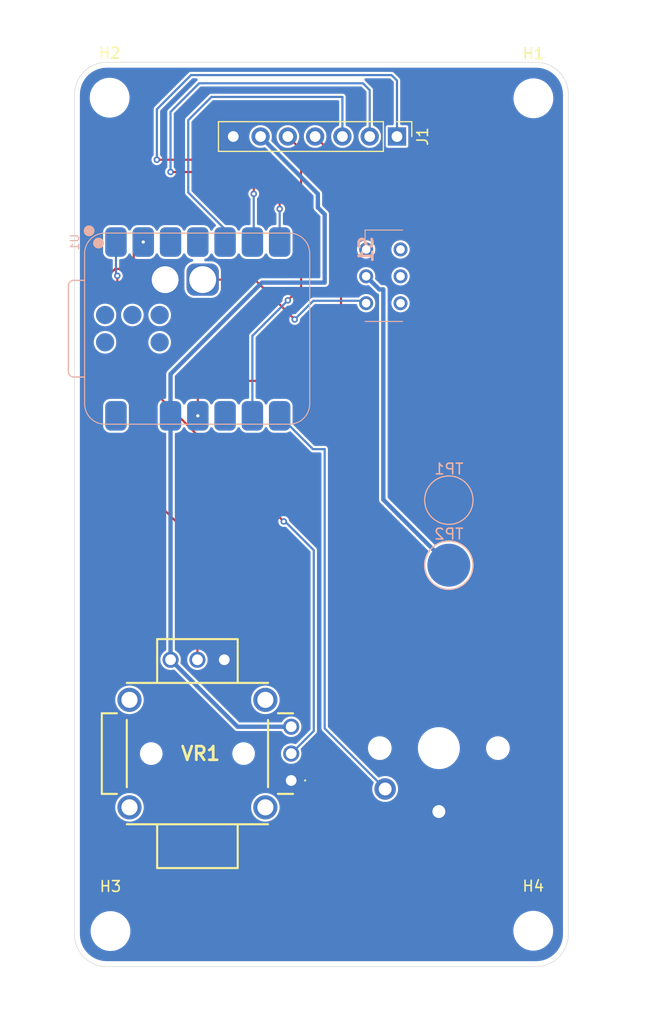
<source format=kicad_pcb>
(kicad_pcb (version 20241229) (generator "pcbnew") (generator_version "9.0")
  (layers (0 "F.Cu" signal) (2 "B.Cu" signal) (13 "F.Paste" user) (15 "B.Paste" user) (5 "F.SilkS" user "F.Silkscreen") (7 "B.SilkS" user "B.Silkscreen") (1 "F.Mask" user) (3 "B.Mask" user) (25 "Edge.Cuts" user))
  (net 0 "")
  (net 1 "Net-(U1-GPIO20_D7_RX)")
  (net 4 "Net-(U1-GPIO3_A1_D1)")
  (net 5 "Net-(U1-GPIO2_A0_D0)")
  (net 12 "GND")
  (net 13 "Net-(S1-NO_1)")
  (net 23 "Net-(J1-Pin_4)")
  (net 24 "Net-(J1-Pin_2)")
  (net 25 "+3V3")
  (net 26 "Net-(J1-Pin_1)")
  (net 27 "Net-(J1-Pin_3)")
  (net 28 "Net-(J1-Pin_5)")
  (net 29 "/+BAT")
  (footprint "Connector_PinHeader_2.54mm:PinHeader_1x07_P2.54mm_Vertical" (layer "F.Cu") (at 132.842 96.52 -90)
    (property "Reference" "J1" (at 0 -2.38 90) (layer "F.SilkS"))
    (property "Value" "Conn_01x07_Socket")
    (fp_line (start -1.38 16.62) (end 1.38 16.62) (stroke (width 0.12)) (layer "F.SilkS"))
    (fp_line (start -1.38 1.27) (end -1.38 16.62) (stroke (width 0.12)) (layer "F.SilkS"))
    (fp_line (start -1.38 1.27) (end 1.38 1.27) (stroke (width 0.12)) (layer "F.SilkS"))
    (fp_line (start 1.38 1.27) (end 1.38 16.62) (stroke (width 0.12)) (layer "F.SilkS"))
    (fp_line (start -1.38 0) (end -1.38 -1.38) (stroke (width 0.12)) (layer "F.SilkS"))
    (fp_line (start -1.38 -1.38) (end 0 -1.38) (stroke (width 0.12)) (layer "F.SilkS"))
    (pad "1" thru_hole rect (at 0 0 270) (size 1.7 1.7) (drill 1) (layers "*.Cu" "*.Mask") (net 26 "Net-(J1-Pin_1)"))
    (pad "2" thru_hole circle (at 0 2.54 270) (size 1.7 1.7) (drill 1) (layers "*.Cu" "*.Mask") (net 24 "Net-(J1-Pin_2)"))
    (pad "3" thru_hole circle (at 0 5.08 270) (size 1.7 1.7) (drill 1) (layers "*.Cu" "*.Mask") (net 27 "Net-(J1-Pin_3)"))
    (pad "4" thru_hole circle (at 0 7.62 270) (size 1.7 1.7) (drill 1) (layers "*.Cu" "*.Mask") (net 23 "Net-(J1-Pin_4)"))
    (pad "5" thru_hole circle (at 0 10.16 270) (size 1.7 1.7) (drill 1) (layers "*.Cu" "*.Mask") (net 28 "Net-(J1-Pin_5)"))
    (pad "6" thru_hole circle (at 0 12.7 270) (size 1.7 1.7) (drill 1) (layers "*.Cu" "*.Mask") (net 25 "+3V3"))
    (pad "7" thru_hole circle (at 0 15.24 270) (size 1.7 1.7) (drill 1) (layers "*.Cu" "*.Mask") (net 12 "GND"))
  )
  (footprint "PCM_marbastlib-choc:SW_choc_v1_1u" (layer "F.Cu") (at 136.74 153.416)
    (property "Reference" "SW1" (hide yes))
    (property "Value" "SW_Push")
    (pad "" np_thru_hole circle (at -5.5 0 180) (size 1.7 1.7) (drill 1.7) (layers "*.Cu" "*.Mask"))
    (pad "" np_thru_hole circle (at 0 0 180) (size 3.4 3.4) (drill 3.4) (layers "*.Cu" "*.Mask"))
    (pad "" np_thru_hole circle (at 5.5 0 180) (size 1.7 1.7) (drill 1.7) (layers "*.Cu" "*.Mask"))
    (pad "1" thru_hole circle (at -5 3.8 180) (size 2 2) (drill 1.2) (layers "*.Cu" "B.Mask") (net 1 "Net-(U1-GPIO20_D7_RX)"))
    (pad "2" thru_hole circle (at 0 5.9 180) (size 2 2) (drill 1.2) (layers "*.Cu" "B.Mask") (net 12 "GND"))
  )
  (footprint "MountingHole:MountingHole_3.2mm_M3" (layer "F.Cu") (at 145.542 92.964)
    (property "Reference" "H1" (at 0 -4.15 0) (layer "F.SilkS"))
    (property "Value" "MountingHole")
    (pad "" np_thru_hole circle (at 0 0) (size 3.2 3.2) (drill 3.2) (layers "*.Cu" "*.Mask"))
  )
  (footprint "MountingHole:MountingHole_3.2mm_M3" (layer "F.Cu") (at 145.526242 170.403277)
    (property "Reference" "H4" (at 0 -4.15 0) (layer "F.SilkS"))
    (property "Value" "MountingHole")
    (pad "" np_thru_hole circle (at 0 0) (size 3.2 3.2) (drill 3.2) (layers "*.Cu" "*.Mask"))
  )
  (footprint "MountingHole:MountingHole_3.2mm_M3" (layer "F.Cu") (at 106.091291 92.909176)
    (property "Reference" "H2" (at 0 -4.15 0) (layer "F.SilkS"))
    (property "Value" "MountingHole")
    (pad "" np_thru_hole circle (at 0 0) (size 3.2 3.2) (drill 3.2) (layers "*.Cu" "*.Mask"))
  )
  (footprint "joystick:RKJXV1224005" (layer "F.Cu") (at 122.994 156.424)
    (property "Reference" "VR1" (at -8.44 -2.5 0) (layer "F.SilkS") (effects (font (size 1.27 1.27) (thickness 0.254))))
    (property "Value" "RKJXV1224005" (hide yes))
    (fp_line (start -17.63 -6.25) (end -17.63 1.25) (stroke (width 0.2)) (layer "F.SilkS"))
    (fp_line (start -17.63 1.25) (end -16.23 1.25) (stroke (width 0.2)) (layer "F.SilkS"))
    (fp_line (start -16.23 -6.25) (end -17.63 -6.25) (stroke (width 0.2)) (layer "F.SilkS"))
    (fp_line (start -15.305 -9.075) (end -2.155 -9.075) (stroke (width 0.2)) (layer "F.SilkS"))
    (fp_line (start -15.305 -5.625) (end -15.305 0.625) (stroke (width 0.2)) (layer "F.SilkS"))
    (fp_line (start -15.305 4.075) (end -2.155 4.075) (stroke (width 0.2)) (layer "F.SilkS"))
    (fp_line (start -12.48 -13.15) (end -4.98 -13.15) (stroke (width 0.2)) (layer "F.SilkS"))
    (fp_line (start -12.48 -9.075) (end -12.48 -13.15) (stroke (width 0.2)) (layer "F.SilkS"))
    (fp_line (start -12.48 4.075) (end -12.48 8.15) (stroke (width 0.2)) (layer "F.SilkS"))
    (fp_line (start -12.48 8.15) (end -4.98 8.15) (stroke (width 0.2)) (layer "F.SilkS"))
    (fp_line (start -4.98 -13.15) (end -4.98 -9.075) (stroke (width 0.2)) (layer "F.SilkS"))
    (fp_line (start -4.98 8.15) (end -4.98 4.075) (stroke (width 0.2)) (layer "F.SilkS"))
    (fp_line (start -2.155 -5.625) (end -2.155 0.625) (stroke (width 0.2)) (layer "F.SilkS"))
    (fp_line (start -1.23 -6.25) (end 0.17 -6.25) (stroke (width 0.2)) (layer "F.SilkS"))
    (fp_line (start -1.23 1.25) (end 0.17 1.25) (stroke (width 0.2)) (layer "F.SilkS"))
    (fp_line (start 1.25 0) (end 1.25 0) (stroke (width 0.1)) (layer "F.SilkS"))
    (fp_line (start 1.35 0) (end 1.35 0) (stroke (width 0.1)) (layer "F.SilkS"))
    (fp_arc (start 1.25 0) (mid 1.3 -0.05) (end 1.35 0) (stroke (width 0.1)) (layer "F.SilkS"))
    (fp_arc (start 1.35 0) (mid 1.3 0.05) (end 1.25 0) (stroke (width 0.1)) (layer "F.SilkS"))
    (pad "" np_thru_hole circle (at -13.03 -2.5) (size 1.6 1.6) (drill 1.6) (layers "*.Cu" "*.Mask"))
    (pad "" np_thru_hole circle (at -4.43 -2.5) (size 1.6 1.6) (drill 1.6) (layers "*.Cu" "*.Mask"))
    (pad "1" thru_hole circle (at -2.405 -7.5) (size 2.25 2.25) (drill 1.5) (layers "*.Cu" "*.Mask"))
    (pad "2" thru_hole circle (at -15.055 -7.5) (size 2.25 2.25) (drill 1.5) (layers "*.Cu" "*.Mask"))
    (pad "3" thru_hole circle (at -15.055 2.5) (size 2.25 2.25) (drill 1.5) (layers "*.Cu" "*.Mask"))
    (pad "4" thru_hole circle (at -2.405 2.5) (size 2.25 2.25) (drill 1.5) (layers "*.Cu" "*.Mask"))
    (pad "A1" thru_hole rect (at 0 0) (size 1.5 1.5) (drill 1) (layers "*.Cu" "*.Mask") (net 12 "GND"))
    (pad "A2" thru_hole circle (at 0 -2.5) (size 1.5 1.5) (drill 1) (layers "*.Cu" "*.Mask") (net 5 "Net-(U1-GPIO2_A0_D0)"))
    (pad "A3" thru_hole circle (at 0 -5) (size 1.5 1.5) (drill 1) (layers "*.Cu" "*.Mask") (net 25 "+3V3"))
    (pad "B1" thru_hole circle (at -6.23 -11.23) (size 1.5 1.5) (drill 1) (layers "*.Cu" "*.Mask") (net 12 "GND"))
    (pad "B2" thru_hole circle (at -8.73 -11.23) (size 1.5 1.5) (drill 1) (layers "*.Cu" "*.Mask") (net 4 "Net-(U1-GPIO3_A1_D1)"))
    (pad "B3" thru_hole circle (at -11.23 -11.23) (size 1.5 1.5) (drill 1) (layers "*.Cu" "*.Mask") (net 25 "+3V3"))
  )
  (footprint "MountingHole:MountingHole_3.2mm_M3" (layer "F.Cu") (at 106.172 170.434)
    (property "Reference" "H3" (at 0 -4.15 0) (layer "F.SilkS"))
    (property "Value" "MountingHole")
    (pad "" np_thru_hole circle (at 0 0) (size 3.2 3.2) (drill 3.2) (layers "*.Cu" "*.Mask"))
  )
  (footprint "Seeed Studio XIAO Series Library:XIAO-ESP32C3-SMD-modified" (layer "B.Cu") (at 114.26 114.337 -90)
    (property "Reference" "U1" (at -8.835 10.96 90) (layer "B.SilkS") (effects (font (size 0.78232 0.78232) (thickness 0.10668)) (justify left bottom mirror)))
    (property "Value" "XIAO-ESP32-C3-SMD")
    (fp_line (start -3.936272 12.007) (end 4.059 12.007) (stroke (width 0.127)) (layer "B.SilkS"))
    (fp_line (start 4.559 11.507) (end 4.559 10.497) (stroke (width 0.127)) (layer "B.SilkS"))
    (fp_line (start -4.44 10.497) (end -4.436272 11.507272) (stroke (width 0.127)) (layer "B.SilkS"))
    (fp_line (start 7.04 10.497) (end -6.93 10.497) (stroke (width 0.1)) (layer "B.SilkS"))
    (fp_line (start -8.835 -8.553) (end -8.835 8.592) (stroke (width 0.1)) (layer "B.SilkS"))
    (fp_line (start 8.945 -8.553) (end 8.945 8.592) (stroke (width 0.1)) (layer "B.SilkS"))
    (fp_line (start -6.93 -10.458) (end 7.04 -10.458) (stroke (width 0.1)) (layer "B.SilkS"))
    (fp_arc (start -3.936272 12.007) (mid -4.289724 11.860644) (end -4.436272 11.507272) (stroke (width 0.127)) (layer "B.SilkS"))
    (fp_arc (start 4.559 11.507) (mid 4.412553 11.860553) (end 4.059 12.007) (stroke (width 0.127)) (layer "B.SilkS"))
    (fp_arc (start -6.93 10.501) (mid -8.277038 9.943038) (end -8.835 8.596) (stroke (width 0.1)) (layer "B.SilkS"))
    (fp_arc (start 8.945 8.592) (mid 8.387038 9.939038) (end 7.04 10.497) (stroke (width 0.1)) (layer "B.SilkS"))
    (fp_arc (start -8.835 -8.553) (mid -8.277038 -9.900038) (end -6.93 -10.458) (stroke (width 0.1)) (layer "B.SilkS"))
    (fp_arc (start 7.04 -10.458) (mid 8.387038 -9.900038) (end 8.945 -8.553) (stroke (width 0.1)) (layer "B.SilkS"))
    (fp_circle (center -9.045 10.081) (end -9.045 10.335) (stroke (width 0.5)) (fill yes) (layer "B.SilkS"))
    (fp_circle (center -7.902 9.201) (end -7.902 9.455) (stroke (width 0.5)) (fill yes) (layer "B.SilkS"))
    (pad "1" smd roundrect (at -8 7.58 270) (size 2.75 2) (layers "B.Cu" "B.Mask" "B.Paste") (net 5 "Net-(U1-GPIO2_A0_D0)"))
    (pad "2" smd roundrect (at -8 5.04 270) (size 2.75 2) (layers "B.Cu" "B.Mask" "B.Paste") (net 4 "Net-(U1-GPIO3_A1_D1)"))
    (pad "3" smd roundrect (at -8 2.5 270) (size 2.75 2) (layers "B.Cu" "B.Mask" "B.Paste"))
    (pad "4" smd roundrect (at -8 -0.04 270) (size 2.75 2) (layers "B.Cu" "B.Mask" "B.Paste"))
    (pad "5" smd roundrect (at -8 -2.58 270) (size 2.75 2) (layers "B.Cu" "B.Mask" "B.Paste") (net 27 "Net-(J1-Pin_3)"))
    (pad "6" smd roundrect (at -8 -5.12 270) (size 2.75 2) (layers "B.Cu" "B.Mask" "B.Paste") (net 24 "Net-(J1-Pin_2)"))
    (pad "7" smd roundrect (at -8 -7.66 270) (size 2.75 2) (layers "B.Cu" "B.Mask" "B.Paste") (net 26 "Net-(J1-Pin_1)"))
    (pad "8" smd roundrect (at 8.165 -7.66 270) (size 2.75 2) (layers "B.Cu" "B.Mask" "B.Paste") (net 1 "Net-(U1-GPIO20_D7_RX)"))
    (pad "9" smd roundrect (at 8.165 -5.12 270) (size 2.75 2) (layers "B.Cu" "B.Mask" "B.Paste") (net 28 "Net-(J1-Pin_5)"))
    (pad "10" smd roundrect (at 8.165 -2.58 270) (size 2.75 2) (layers "B.Cu" "B.Mask" "B.Paste"))
    (pad "11" smd roundrect (at 8.165 -0.04 270) (size 2.75 2) (layers "B.Cu" "B.Mask" "B.Paste") (net 23 "Net-(J1-Pin_4)"))
    (pad "12" smd roundrect (at 8.165 2.5 270) (size 2.75 2) (layers "B.Cu" "B.Mask" "B.Paste") (net 25 "+3V3"))
    (pad "13" smd roundrect (at 8.165 5.04 270) (size 2.75 2) (layers "B.Cu" "B.Mask" "B.Paste") (net 12 "GND"))
    (pad "14" smd roundrect (at 8.165 7.58 270) (size 2.75 2) (layers "B.Cu" "B.Mask" "B.Paste"))
    (pad "15" thru_hole roundrect (at -4.504775 -0.492927 90) (size 3 3) (drill 2.5) (layers "*.Cu" "*.Mask") (net 13 "Net-(S1-NO_1)"))
    (pad "16" thru_hole roundrect (at -4.5 3 90) (size 3 3) (drill 2.5) (layers "*.Cu" "*.Mask") (net 12 "GND"))
    (pad "17" smd circle (at -1.215 8.592 270) (size 1.7 1.7) (layers "B.Cu" "B.Mask" "B.Paste"))
    (pad "18" smd circle (at 1.325 8.592 270) (size 1.7 1.7) (layers "B.Cu" "B.Mask" "B.Paste"))
    (pad "19" smd circle (at -1.215 6.052 270) (size 1.7 1.7) (layers "B.Cu" "B.Mask" "B.Paste"))
    (pad "20" smd circle (at 1.325 6.052 270) (size 1.7 1.7) (layers "B.Cu" "B.Mask" "B.Paste") (net 12 "GND"))
    (pad "21" smd circle (at -1.215 3.512 270) (size 1.7 1.7) (layers "B.Cu" "B.Mask" "B.Paste"))
    (pad "22" smd circle (at 1.325 3.512 270) (size 1.7 1.7) (layers "B.Cu" "B.Mask" "B.Paste"))
  )
  (footprint "TestPoint:TestPoint_Pad_D4.0mm" (layer "B.Cu") (at 137.668 136.398 180)
    (property "Reference" "TP2" (at 0 2.898 0) (layer "B.SilkS") (effects (justify mirror)))
    (property "Value" "TestPoint")
    (fp_circle (center 0 0) (end 0 -2.25) (stroke (width 0.12)) (fill no) (layer "B.SilkS"))
    (pad "1" smd circle (at 0 0 180) (size 4 4) (layers "B.Cu" "B.Mask") (net 29 "/+BAT"))
  )
  (footprint "TestPoint:TestPoint_Pad_D4.0mm" (layer "B.Cu") (at 137.668 130.348 180)
    (property "Reference" "TP1" (at 0 2.898 0) (layer "B.SilkS") (effects (justify mirror)))
    (property "Value" "TestPoint")
    (fp_circle (center 0 0) (end 0 -2.25) (stroke (width 0.12)) (fill no) (layer "B.SilkS"))
    (pad "1" smd circle (at 0 0 180) (size 4 4) (layers "B.Cu" "B.Mask") (net 12 "GND"))
  )
  (footprint "KiCad:EG1271" (layer "B.Cu") (at 129.972 107.024 -90)
    (property "Reference" "S1" (at 0 0 90) (layer "B.SilkS") (effects (font (size 1.27 1.27) (thickness 0.254)) (justify mirror)))
    (property "Value" "EG1271A" (hide yes))
    (fp_line (start -1.8 0.1) (end -1 0.1) (stroke (width 0.1)) (layer "B.SilkS"))
    (fp_line (start -1.8 0.1) (end -1.8 -3.4) (stroke (width 0.1)) (layer "B.SilkS"))
    (fp_line (start 6.7 0.1) (end 6.7 -3.4) (stroke (width 0.1)) (layer "B.SilkS"))
    (pad "1" thru_hole circle (at 0 0 270) (size 1.3 1.3) (drill 0.8) (layers "*.Cu" "*.Mask"))
    (pad "2" thru_hole circle (at 2.5 0 270) (size 1.3 1.3) (drill 0.8) (layers "*.Cu" "*.Mask") (net 29 "/+BAT"))
    (pad "3" thru_hole circle (at 5 0 270) (size 1.3 1.3) (drill 0.8) (layers "*.Cu" "*.Mask") (net 13 "Net-(S1-NO_1)"))
    (pad "4" thru_hole circle (at 0 -3.2 270) (size 1.3 1.3) (drill 0.8) (layers "*.Cu" "*.Mask"))
    (pad "5" thru_hole circle (at 2.5 -3.2 270) (size 1.3 1.3) (drill 0.8) (layers "*.Cu" "*.Mask"))
    (pad "6" thru_hole circle (at 5 -3.2 270) (size 1.3 1.3) (drill 0.8) (layers "*.Cu" "*.Mask"))
  )
  (gr_line (start 145.796 173.736) (end 105.822 173.736) (stroke (width 0.05)) (layer "Edge.Cuts"))
  (gr_line (start 105.822 89.614) (end 145.796 89.614) (stroke (width 0.05)) (layer "Edge.Cuts"))
  (gr_arc (start 148.796 170.736) (mid 147.91732 172.85732) (end 145.796 173.736) (stroke (width 0.05)) (layer "Edge.Cuts"))
  (gr_line (start 102.822 170.736) (end 102.822 92.614) (stroke (width 0.05)) (layer "Edge.Cuts"))
  (gr_arc (start 102.822 92.614) (mid 103.70068 90.49268) (end 105.822 89.614) (stroke (width 0.05)) (layer "Edge.Cuts"))
  (gr_line (start 148.796 92.614) (end 148.796 170.736) (stroke (width 0.05)) (layer "Edge.Cuts"))
  (gr_arc (start 145.796 89.614) (mid 147.91732 90.49268) (end 148.796 92.614) (stroke (width 0.05)) (layer "Edge.Cuts"))
  (gr_arc (start 105.822 173.736) (mid 103.70068 172.85732) (end 102.822 170.736) (stroke (width 0.05)) (layer "Edge.Cuts"))
  (segment (start 125.021 125.603) (end 121.92 122.502) (width 0.2) (layer "B.Cu") (net 1))
  (segment (start 126.111 125.603) (end 125.021 125.603) (width 0.2) (layer "B.Cu") (net 1))
  (segment (start 126.111 151.587) (end 126.111 125.603) (width 0.2) (layer "B.Cu") (net 1))
  (segment (start 131.74 157.216) (end 126.111 151.587) (width 0.2) (layer "B.Cu") (net 1))
  (segment (start 104.013 124.079) (end 104.013 111.418057) (width 0.2) (layer "F.Cu") (net 4))
  (segment (start 114.264 134.33) (end 104.013 124.079) (width 0.2) (layer "F.Cu") (net 4))
  (segment (start 108.331 107.226) (end 109.22 106.337) (width 0.2) (layer "F.Cu") (net 4))
  (segment (start 114.264 145.194) (end 114.264 134.33) (width 0.2) (layer "F.Cu") (net 4))
  (segment (start 104.013 111.418057) (end 106.592057 108.839) (width 0.2) (layer "F.Cu") (net 4))
  (segment (start 106.592057 108.839) (end 108.331 108.839) (width 0.2) (layer "F.Cu") (net 4))
  (segment (start 108.331 108.839) (end 108.331 107.226) (width 0.2) (layer "F.Cu") (net 4))
  (via (at 109.22 106.337) (size 0.6) (drill 0.3) (layers "F.Cu" "B.Cu") (net 4))
  (segment (start 122.301 132.334) (end 106.807 116.84) (width 0.2) (layer "F.Cu") (net 5))
  (segment (start 106.807 109.474) (end 106.807 109.347) (width 0.2) (layer "F.Cu") (net 5))
  (segment (start 106.807 116.84) (end 106.807 109.474) (width 0.2) (layer "F.Cu") (net 5))
  (via (at 122.301 132.334) (size 0.6) (drill 0.3) (layers "F.Cu" "B.Cu") (net 5))
  (via (at 106.807 109.474) (size 0.6) (drill 0.3) (layers "F.Cu" "B.Cu") (net 5))
  (segment (start 122.428 132.334) (end 122.301 132.334) (width 0.2) (layer "B.Cu") (net 5))
  (segment (start 106.68 106.337) (end 106.68 109.347) (width 0.2) (layer "B.Cu") (net 5))
  (segment (start 125.095 151.823) (end 125.095 135.001) (width 0.2) (layer "B.Cu") (net 5))
  (segment (start 122.994 153.924) (end 125.095 151.823) (width 0.2) (layer "B.Cu") (net 5))
  (segment (start 125.095 135.001) (end 122.428 132.334) (width 0.2) (layer "B.Cu") (net 5))
  (segment (start 106.68 109.347) (end 106.807 109.474) (width 0.2) (layer "B.Cu") (net 5))
  (segment (start 109.22 116.674) (end 108.208 115.662) (width 0.2) (layer "B.Cu") (net 12))
  (segment (start 109.22 122.502) (end 109.22 116.674) (width 0.2) (layer "B.Cu") (net 12))
  (segment (start 119.611225 109.832225) (end 114.752927 109.832225) (width 0.2) (layer "F.Cu") (net 13))
  (segment (start 123.317 113.538) (end 119.611225 109.832225) (width 0.2) (layer "F.Cu") (net 13))
  (via (at 123.317 113.538) (size 0.6) (drill 0.3) (layers "F.Cu" "B.Cu") (net 13))
  (segment (start 129.74695 111.79895) (end 125.05605 111.79895) (width 0.2) (layer "B.Cu") (net 13))
  (segment (start 129.972 112.024) (end 129.74695 111.79895) (width 0.2) (layer "B.Cu") (net 13))
  (segment (start 125.05605 111.79895) (end 123.317 113.538) (width 0.2) (layer "B.Cu") (net 13))
  (segment (start 114.3 120.142) (end 114.3 122.502) (width 0.2) (layer "F.Cu") (net 23))
  (segment (start 115.189 119.253) (end 114.3 120.142) (width 0.2) (layer "F.Cu") (net 23))
  (segment (start 125.222 96.52) (end 127.635 98.933) (width 0.2) (layer "F.Cu") (net 23))
  (segment (start 127.635 119.253) (end 115.189 119.253) (width 0.2) (layer "F.Cu") (net 23))
  (segment (start 127.635 98.933) (end 127.635 119.253) (width 0.2) (layer "F.Cu") (net 23))
  (via (at 114.3 122.502) (size 0.6) (drill 0.3) (layers "F.Cu" "B.Cu") (net 23))
  (segment (start 119.507 99.822) (end 119.507 101.854) (width 0.2) (layer "F.Cu") (net 24))
  (segment (start 111.76 99.822) (end 119.507 99.822) (width 0.2) (layer "F.Cu") (net 24))
  (via (at 119.507 101.854) (size 0.6) (drill 0.3) (layers "F.Cu" "B.Cu") (net 24))
  (via (at 111.76 99.822) (size 0.6) (drill 0.3) (layers "F.Cu" "B.Cu") (net 24))
  (segment (start 129.667 91.567) (end 114.427 91.567) (width 0.2) (layer "B.Cu") (net 24))
  (segment (start 130.302 92.202) (end 129.667 91.567) (width 0.2) (layer "B.Cu") (net 24))
  (segment (start 114.427 91.567) (end 111.76 94.234) (width 0.2) (layer "B.Cu") (net 24))
  (segment (start 111.76 94.234) (end 111.76 99.822) (width 0.2) (layer "B.Cu") (net 24))
  (segment (start 119.507 101.854) (end 119.507 106.21) (width 0.2) (layer "B.Cu") (net 24))
  (segment (start 119.507 106.21) (end 119.38 106.337) (width 0.2) (layer "B.Cu") (net 24))
  (segment (start 130.302 96.52) (end 130.302 92.202) (width 0.2) (layer "B.Cu") (net 24))
  (segment (start 111.76 122.502) (end 111.76 118.618) (width 0.4) (layer "B.Cu") (net 25))
  (segment (start 126.111 103.759) (end 125.476 103.124) (width 0.4) (layer "B.Cu") (net 25))
  (segment (start 111.764 145.194) (end 117.994 151.424) (width 0.4) (layer "B.Cu") (net 25))
  (segment (start 120.269 110.109) (end 126.111 110.109) (width 0.4) (layer "B.Cu") (net 25))
  (segment (start 111.76 118.618) (end 120.269 110.109) (width 0.4) (layer "B.Cu") (net 25))
  (segment (start 117.994 151.424) (end 122.994 151.424) (width 0.4) (layer "B.Cu") (net 25))
  (segment (start 111.76 122.502) (end 111.76 145.19) (width 0.4) (layer "B.Cu") (net 25))
  (segment (start 125.476 103.124) (end 125.476 101.854) (width 0.4) (layer "B.Cu") (net 25))
  (segment (start 126.111 110.109) (end 126.111 103.759) (width 0.4) (layer "B.Cu") (net 25))
  (segment (start 125.476 101.854) (end 120.142 96.52) (width 0.4) (layer "B.Cu") (net 25))
  (segment (start 111.76 145.19) (end 111.764 145.194) (width 0.4) (layer "B.Cu") (net 25))
  (segment (start 120.142 98.679) (end 110.49 98.679) (width 0.2) (layer "F.Cu") (net 26))
  (segment (start 121.92 103.251) (end 121.92 100.457) (width 0.2) (layer "F.Cu") (net 26))
  (segment (start 121.92 100.457) (end 120.142 98.679) (width 0.2) (layer "F.Cu") (net 26))
  (via (at 110.49 98.679) (size 0.6) (drill 0.3) (layers "F.Cu" "B.Cu") (net 26))
  (via (at 121.92 103.251) (size 0.6) (drill 0.3) (layers "F.Cu" "B.Cu") (net 26))
  (segment (start 110.49 93.98) (end 110.49 98.679) (width 0.2) (layer "B.Cu") (net 26))
  (segment (start 132.334 90.805) (end 113.665 90.805) (width 0.2) (layer "B.Cu") (net 26))
  (segment (start 113.665 90.805) (end 110.49 93.98) (width 0.2) (layer "B.Cu") (net 26))
  (segment (start 132.842 96.52) (end 132.842 91.313) (width 0.2) (layer "B.Cu") (net 26))
  (segment (start 132.842 91.313) (end 132.334 90.805) (width 0.2) (layer "B.Cu") (net 26))
  (segment (start 121.92 103.251) (end 121.92 106.337) (width 0.2) (layer "B.Cu") (net 26))
  (segment (start 116.84 105.156) (end 116.84 106.337) (width 0.2) (layer "B.Cu") (net 27))
  (segment (start 127.762 92.837) (end 115.57 92.837) (width 0.2) (layer "B.Cu") (net 27))
  (segment (start 115.57 92.837) (end 113.411 94.996) (width 0.2) (layer "B.Cu") (net 27))
  (segment (start 127.762 96.52) (end 127.762 92.837) (width 0.2) (layer "B.Cu") (net 27))
  (segment (start 113.411 94.996) (end 113.411 101.727) (width 0.2) (layer "B.Cu") (net 27))
  (segment (start 113.411 101.727) (end 116.84 105.156) (width 0.2) (layer "B.Cu") (net 27))
  (segment (start 123.918 110.524) (end 122.682 111.76) (width 0.2) (layer "F.Cu") (net 28))
  (segment (start 122.682 96.52) (end 123.918 97.756) (width 0.2) (layer "F.Cu") (net 28))
  (segment (start 123.918 97.756) (end 123.918 110.524) (width 0.2) (layer "F.Cu") (net 28))
  (via (at 122.682 111.76) (size 0.6) (drill 0.3) (layers "F.Cu" "B.Cu") (net 28))
  (segment (start 122.682 111.76) (end 119.38 115.062) (width 0.2) (layer "B.Cu") (net 28))
  (segment (start 119.38 115.062) (end 119.38 122.502) (width 0.2) (layer "B.Cu") (net 28))
  (segment (start 131.572 110.744) (end 131.192 110.744) (width 0.4) (layer "B.Cu") (net 29))
  (segment (start 131.192 110.744) (end 129.972 109.524) (width 0.4) (layer "B.Cu") (net 29))
  (segment (start 137.668 136.398) (end 131.572 130.302) (width 0.4) (layer "B.Cu") (net 29))
  (segment (start 131.572 130.302) (end 131.572 110.744) (width 0.4) (layer "B.Cu") (net 29))
  (zone (net 12) (net_name "GND") (layer "B.Cu") (connect_pads yes (clearance 0.2)) (min_thickness 0.25) (fill yes (thermal_gap 0.5) (thermal_bridge_width 0.5))
    (polygon (pts (xy 95.885 83.82) (xy 97.028 179.07) (xy 156.21 178.943) (xy 155.321 84.201)))
  )
)
</source>
